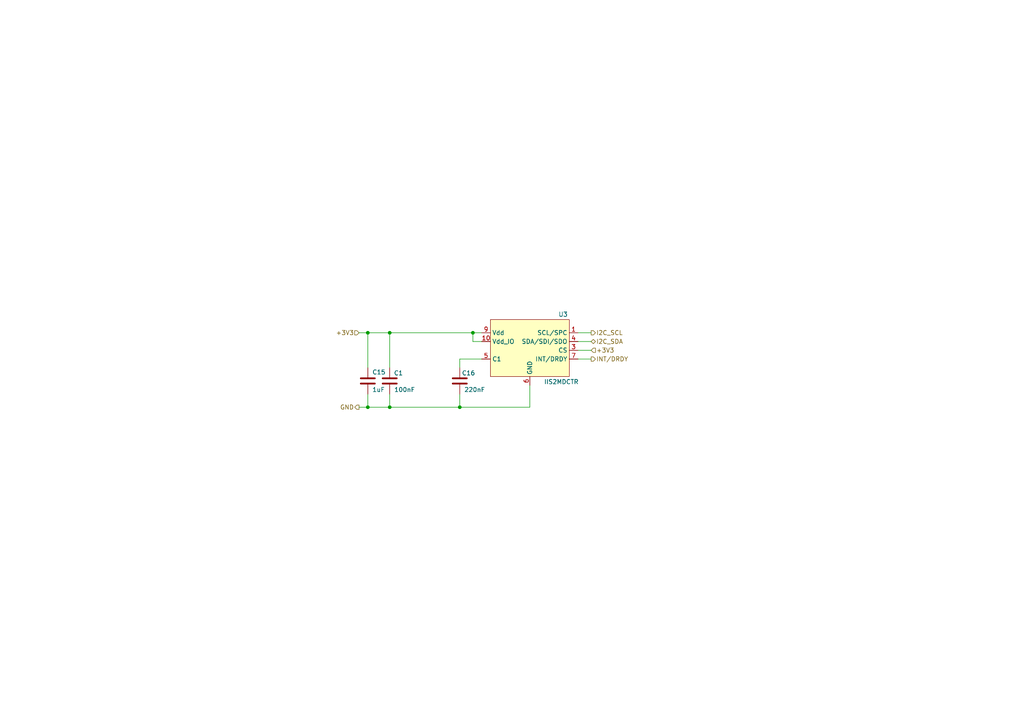
<source format=kicad_sch>
(kicad_sch (version 20231120) (generator "eeschema") (generator_version "8.0")
  (paper "A4")
  (lib_symbols
    (symbol "AutoTiller:IIS2MDCTR"
      (property "Reference" "U" (at 9.398 10.16 0))
      (property "Value" "IIS2MDCTR" (at -2.54 1.27 0))
      (symbol "IIS2MDCTR_1_1"
        (rectangle (start -11.43 8.89) (end 11.43 -7.62) (fill (type background)))
        (pin input line (at 13.97 5.08 180) (length 2.54) (name "SCL/SPC") (number "1"))
        (pin power_in line (at -13.97 2.54 0) (length 2.54) (name "Vdd_IO") (number "10"))
        (pin no_connect line (at 8.89 -6.35 180) (length 2.54) hide (name "NC") (number "11"))
        (pin no_connect line (at 8.89 -6.35 180) (length 2.54) hide (name "NC") (number "12"))
        (pin no_connect line (at 8.89 -6.35 180) (length 2.54) hide (name "NC") (number "2"))
        (pin input line (at 13.97 0 180) (length 2.54) (name "CS") (number "3"))
        (pin bidirectional line (at 13.97 2.54 180) (length 2.54) (name "SDA/SDI/SDO") (number "4"))
        (pin power_in line (at -13.97 -2.54 0) (length 2.54) (name "C1") (number "5"))
        (pin power_out line (at 0 -10.16 90) (length 2.54) (name "GND") (number "6"))
        (pin output line (at 13.97 -2.54 180) (length 2.54) (name "INT/DRDY") (number "7"))
        (pin power_in line (at -13.97 5.08 0) (length 2.54) (name "Vdd") (number "9"))
      )
    )
    (symbol "Device:C" (pin_numbers hide) (pin_names (offset 0.254))
      (property "Reference" "C" (at 0.635 2.54 0))
      (property "Value" "C" (at 0.635 -2.54 0))
      (symbol "C_0_1"
        (polyline (pts (xy -2.032 -0.762) (xy 2.032 -0.762)) (stroke (width 0.508)))
        (polyline (pts (xy -2.032 0.762) (xy 2.032 0.762)) (stroke (width 0.508)))
      )
      (symbol "C_1_1"
        (pin passive line (at 0 3.81 270) (length 2.794) (name "~") (number "1"))
        (pin passive line (at 0 -3.81 90) (length 2.794) (name "~") (number "2"))
      )
    )
  )
  (junction (at 113.03 118.11))
  (junction (at 133.35 118.11))
  (junction (at 137.16 96.52))
  (junction (at 106.68 118.11))
  (junction (at 113.03 96.52))
  (junction (at 106.68 96.52))
  (wire (pts (xy 113.03 96.52) (xy 113.03 106.68)))
  (wire (pts (xy 113.03 118.11) (xy 106.68 118.11)))
  (wire (pts (xy 104.14 96.52) (xy 106.68 96.52)))
  (wire (pts (xy 139.7 99.06) (xy 137.16 99.06)))
  (wire (pts (xy 133.35 104.14) (xy 139.7 104.14)))
  (wire (pts (xy 113.03 114.3) (xy 113.03 118.11)))
  (wire (pts (xy 133.35 114.3) (xy 133.35 118.11)))
  (wire (pts (xy 133.35 106.68) (xy 133.35 104.14)))
  (wire (pts (xy 104.14 118.11) (xy 106.68 118.11)))
  (wire (pts (xy 153.67 118.11) (xy 133.35 118.11)))
  (wire (pts (xy 153.67 111.76) (xy 153.67 118.11)))
  (wire (pts (xy 167.64 104.14) (xy 171.45 104.14)))
  (wire (pts (xy 167.64 96.52) (xy 171.45 96.52)))
  (wire (pts (xy 106.68 96.52) (xy 113.03 96.52)))
  (wire (pts (xy 133.35 118.11) (xy 113.03 118.11)))
  (wire (pts (xy 113.03 96.52) (xy 137.16 96.52)))
  (wire (pts (xy 171.45 101.6) (xy 167.64 101.6)))
  (wire (pts (xy 137.16 99.06) (xy 137.16 96.52)))
  (wire (pts (xy 139.7 96.52) (xy 137.16 96.52)))
  (wire (pts (xy 106.68 96.52) (xy 106.68 106.68)))
  (wire (pts (xy 167.64 99.06) (xy 171.45 99.06)))
  (wire (pts (xy 106.68 114.3) (xy 106.68 118.11)))
  (hierarchical_label "GND" (shape output) (at 104.14 118.11 180))
  (hierarchical_label "+3V3" (shape input) (at 104.14 96.52 180))
  (hierarchical_label "+3V3" (shape input) (at 171.45 101.6 0))
  (hierarchical_label "I2C_SDA" (shape bidirectional) (at 171.45 99.06 0))
  (hierarchical_label "I2C_SCL" (shape output) (at 171.45 96.52 0))
  (hierarchical_label "INT{slash}DRDY" (shape output) (at 171.45 104.14 0))
  (symbol (lib_id "AutoTiller:IIS2MDCTR") (at 153.67 101.6 0) (unit 1)
    (property "Reference" "U3" (at 163.322 91.186 0))
    (property "Value" "IIS2MDCTR" (at 162.814 110.744 0))
    (property "Footprint" "Package_LGA:LGA-12_2x2mm_P0.5mm" (effects (hide yes)))
    (property "Datasheet" "https://www.st.com/content/ccc/resource/technical/document/datasheet/group3/06/f2/a3/a7/74/fe/4b/16/DM00431721/files/DM00431721.pdf/jcr:content/translations/en.DM00431721.pdf" (effects (hide yes)))
  )
  (symbol (lib_id "Device:C") (at 106.68 110.49 0) (unit 1)
    (property "Reference" "C15" (at 107.95 107.95 0) (effects (justify left)))
    (property "Value" "1uF" (at 107.95 113.03 0) (effects (justify left)))
    (property "Footprint" "Capacitor_SMD:C_0603_1608Metric" (effects (hide yes)))
    (property "Voltage" "50V" (effects (hide yes)))
  )
  (symbol (lib_id "Device:C") (at 113.03 110.49 0) (unit 1)
    (property "Reference" "C1" (at 115.57 108.204 0))
    (property "Value" "100nF" (at 117.348 113.03 0))
    (property "Footprint" "Capacitor_SMD:C_0603_1608Metric" (effects (hide yes)))
    (property "Voltage" "25V" (effects (hide yes)))
  )
  (symbol (lib_id "Device:C") (at 133.35 110.49 0) (unit 1)
    (property "Reference" "C16" (at 135.89 108.204 0))
    (property "Value" "220nF" (at 137.668 113.03 0))
    (property "Footprint" "Capacitor_SMD:C_0603_1608Metric" (effects (hide yes)))
    (property "Voltage" "25V" (effects (hide yes)))
  )
)
</source>
